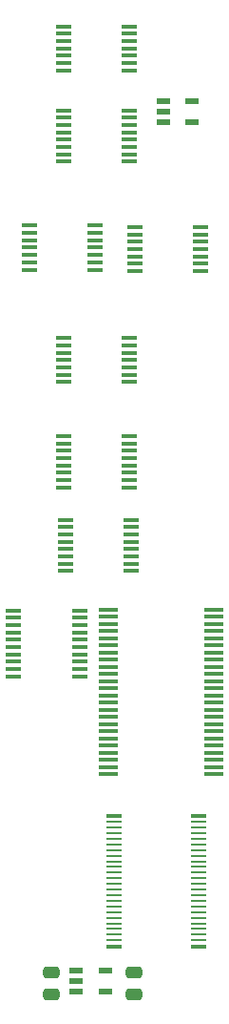
<source format=gtp>
%TF.GenerationSoftware,KiCad,Pcbnew,8.0.2*%
%TF.CreationDate,2024-06-07T13:12:44+02:00*%
%TF.ProjectId,HCP65 Kernal Mode,48435036-3520-44b6-9572-6e616c204d6f,V0*%
%TF.SameCoordinates,PX525bfc0PY43d3480*%
%TF.FileFunction,Paste,Top*%
%TF.FilePolarity,Positive*%
%FSLAX46Y46*%
G04 Gerber Fmt 4.6, Leading zero omitted, Abs format (unit mm)*
G04 Created by KiCad (PCBNEW 8.0.2) date 2024-06-07 13:12:44*
%MOMM*%
%LPD*%
G01*
G04 APERTURE LIST*
G04 Aperture macros list*
%AMRoundRect*
0 Rectangle with rounded corners*
0 $1 Rounding radius*
0 $2 $3 $4 $5 $6 $7 $8 $9 X,Y pos of 4 corners*
0 Add a 4 corners polygon primitive as box body*
4,1,4,$2,$3,$4,$5,$6,$7,$8,$9,$2,$3,0*
0 Add four circle primitives for the rounded corners*
1,1,$1+$1,$2,$3*
1,1,$1+$1,$4,$5*
1,1,$1+$1,$6,$7*
1,1,$1+$1,$8,$9*
0 Add four rect primitives between the rounded corners*
20,1,$1+$1,$2,$3,$4,$5,0*
20,1,$1+$1,$4,$5,$6,$7,0*
20,1,$1+$1,$6,$7,$8,$9,0*
20,1,$1+$1,$8,$9,$2,$3,0*%
G04 Aperture macros list end*
%ADD10RoundRect,0.250000X0.475000X-0.250000X0.475000X0.250000X-0.475000X0.250000X-0.475000X-0.250000X0*%
%ADD11R,1.475000X0.450000*%
%ADD12R,1.150000X0.600000*%
%ADD13R,1.250000X0.600000*%
%ADD14R,1.450000X0.450000*%
%ADD15R,1.800000X0.430000*%
%ADD16R,1.400000X0.400000*%
%ADD17R,1.400000X0.280000*%
G04 APERTURE END LIST*
D10*
%TO.C,C10*%
X12954000Y-82214000D03*
X12954000Y-80314000D03*
%TD*%
D11*
%TO.C,IC8*%
X2269000Y-48193000D03*
X2269000Y-48843000D03*
X2269000Y-49493000D03*
X2269000Y-50143000D03*
X2269000Y-50793000D03*
X2269000Y-51443000D03*
X2269000Y-52093000D03*
X2269000Y-52743000D03*
X2269000Y-53393000D03*
X2269000Y-54043000D03*
X8145000Y-54043000D03*
X8145000Y-53393000D03*
X8145000Y-52743000D03*
X8145000Y-52093000D03*
X8145000Y-51443000D03*
X8145000Y-50793000D03*
X8145000Y-50143000D03*
X8145000Y-49493000D03*
X8145000Y-48843000D03*
X8145000Y-48193000D03*
%TD*%
D12*
%TO.C,IC11*%
X7844000Y-80140000D03*
X7844000Y-81090000D03*
X7844000Y-82040000D03*
X10444000Y-82040000D03*
X10444000Y-80140000D03*
%TD*%
D13*
%TO.C,IC1*%
X15641000Y-2987000D03*
X15641000Y-3937000D03*
X15641000Y-4887000D03*
X18141000Y-4887000D03*
X18141000Y-2987000D03*
%TD*%
D10*
%TO.C,C9*%
X5588000Y-82214000D03*
X5588000Y-80314000D03*
%TD*%
D14*
%TO.C,IC5*%
X6854000Y-40143000D03*
X6854000Y-40793000D03*
X6854000Y-41443000D03*
X6854000Y-42093000D03*
X6854000Y-42743000D03*
X6854000Y-43393000D03*
X6854000Y-44043000D03*
X6854000Y-44693000D03*
X12704000Y-44693000D03*
X12704000Y-44043000D03*
X12704000Y-43393000D03*
X12704000Y-42743000D03*
X12704000Y-42093000D03*
X12704000Y-41443000D03*
X12704000Y-40793000D03*
X12704000Y-40143000D03*
%TD*%
%TO.C,IC12*%
X6727000Y-3821000D03*
X6727000Y-4471000D03*
X6727000Y-5121000D03*
X6727000Y-5771000D03*
X6727000Y-6421000D03*
X6727000Y-7071000D03*
X6727000Y-7721000D03*
X6727000Y-8371000D03*
X12577000Y-8371000D03*
X12577000Y-7721000D03*
X12577000Y-7071000D03*
X12577000Y-6421000D03*
X12577000Y-5771000D03*
X12577000Y-5121000D03*
X12577000Y-4471000D03*
X12577000Y-3821000D03*
%TD*%
D15*
%TO.C,IC7*%
X10667000Y-48134000D03*
X10667000Y-48768000D03*
X10667000Y-49404000D03*
X10667000Y-50038000D03*
X10667000Y-50674000D03*
X10667000Y-51308000D03*
X10667000Y-51944000D03*
X10667000Y-52578000D03*
X10667000Y-53214000D03*
X10667000Y-53848000D03*
X10667000Y-54484000D03*
X10667000Y-55118000D03*
X10667000Y-55754000D03*
X10667000Y-56388000D03*
X10667000Y-57024000D03*
X10667000Y-57658000D03*
X10667000Y-58294000D03*
X10667000Y-58928000D03*
X10667000Y-59564000D03*
X10667000Y-60198000D03*
X10667000Y-60834000D03*
X10667000Y-61468000D03*
X10667000Y-62104000D03*
X10667000Y-62738000D03*
X20067000Y-62738000D03*
X20067000Y-62104000D03*
X20067000Y-61468000D03*
X20067000Y-60834000D03*
X20067000Y-60198000D03*
X20067000Y-59564000D03*
X20067000Y-58928000D03*
X20067000Y-58294000D03*
X20067000Y-57658000D03*
X20067000Y-57024000D03*
X20067000Y-56388000D03*
X20067000Y-55754000D03*
X20067000Y-55118000D03*
X20067000Y-54484000D03*
X20067000Y-53848000D03*
X20067000Y-53214000D03*
X20067000Y-52578000D03*
X20067000Y-51944000D03*
X20067000Y-51308000D03*
X20067000Y-50674000D03*
X20067000Y-50038000D03*
X20067000Y-49404000D03*
X20067000Y-48768000D03*
X20067000Y-48134000D03*
%TD*%
D16*
%TO.C,IC4*%
X18736000Y-78010000D03*
D17*
X18736000Y-77450000D03*
X18736000Y-76950000D03*
X18736000Y-76450000D03*
X18736000Y-75950000D03*
X18736000Y-75450000D03*
X18736000Y-74950000D03*
X18736000Y-74450000D03*
X18736000Y-73950000D03*
X18736000Y-73450000D03*
X18736000Y-72950000D03*
X18736000Y-72450000D03*
X18736000Y-71950000D03*
X18736000Y-71450000D03*
X18736000Y-70950000D03*
X18736000Y-70450000D03*
X18736000Y-69950000D03*
X18736000Y-69450000D03*
X18736000Y-68950000D03*
X18736000Y-68450000D03*
X18736000Y-67950000D03*
X18736000Y-67450000D03*
X18736000Y-66950000D03*
D16*
X18736000Y-66390000D03*
X11236000Y-66390000D03*
D17*
X11236000Y-66950000D03*
X11236000Y-67450000D03*
X11236000Y-67950000D03*
X11236000Y-68450000D03*
X11236000Y-68950000D03*
X11236000Y-69450000D03*
X11236000Y-69950000D03*
X11236000Y-70450000D03*
X11236000Y-70950000D03*
X11236000Y-71450000D03*
X11236000Y-71950000D03*
X11236000Y-72450000D03*
X11236000Y-72950000D03*
X11236000Y-73450000D03*
X11236000Y-73950000D03*
X11236000Y-74450000D03*
X11236000Y-74950000D03*
X11236000Y-75450000D03*
X11236000Y-75950000D03*
X11236000Y-76450000D03*
X11236000Y-76950000D03*
X11236000Y-77450000D03*
D16*
X11236000Y-78010000D03*
%TD*%
D11*
%TO.C,IC3*%
X6714000Y3626400D03*
X6714000Y2976400D03*
X6714000Y2326400D03*
X6714000Y1676400D03*
X6714000Y1026400D03*
X6714000Y376400D03*
X6714000Y-273600D03*
X12590000Y-273600D03*
X12590000Y376400D03*
X12590000Y1026400D03*
X12590000Y1676400D03*
X12590000Y2326400D03*
X12590000Y2976400D03*
X12590000Y3626400D03*
%TD*%
%TO.C,IC2*%
X6714000Y-24036072D03*
X6714000Y-24686072D03*
X6714000Y-25336072D03*
X6714000Y-25986072D03*
X6714000Y-26636072D03*
X6714000Y-27286072D03*
X6714000Y-27936072D03*
X12590000Y-27936072D03*
X12590000Y-27286072D03*
X12590000Y-26636072D03*
X12590000Y-25986072D03*
X12590000Y-25336072D03*
X12590000Y-24686072D03*
X12590000Y-24036072D03*
%TD*%
%TO.C,IC10*%
X3666000Y-14052000D03*
X3666000Y-14702000D03*
X3666000Y-15352000D03*
X3666000Y-16002000D03*
X3666000Y-16652000D03*
X3666000Y-17302000D03*
X3666000Y-17952000D03*
X9542000Y-17952000D03*
X9542000Y-17302000D03*
X9542000Y-16652000D03*
X9542000Y-16002000D03*
X9542000Y-15352000D03*
X9542000Y-14702000D03*
X9542000Y-14052000D03*
%TD*%
%TO.C,IC6*%
X13064000Y-14179000D03*
X13064000Y-14829000D03*
X13064000Y-15479000D03*
X13064000Y-16129000D03*
X13064000Y-16779000D03*
X13064000Y-17429000D03*
X13064000Y-18079000D03*
X18940000Y-18079000D03*
X18940000Y-17429000D03*
X18940000Y-16779000D03*
X18940000Y-16129000D03*
X18940000Y-15479000D03*
X18940000Y-14829000D03*
X18940000Y-14179000D03*
%TD*%
D14*
%TO.C,IC9*%
X6727000Y-32731430D03*
X6727000Y-33381430D03*
X6727000Y-34031430D03*
X6727000Y-34681430D03*
X6727000Y-35331430D03*
X6727000Y-35981430D03*
X6727000Y-36631430D03*
X6727000Y-37281430D03*
X12577000Y-37281430D03*
X12577000Y-36631430D03*
X12577000Y-35981430D03*
X12577000Y-35331430D03*
X12577000Y-34681430D03*
X12577000Y-34031430D03*
X12577000Y-33381430D03*
X12577000Y-32731430D03*
%TD*%
M02*

</source>
